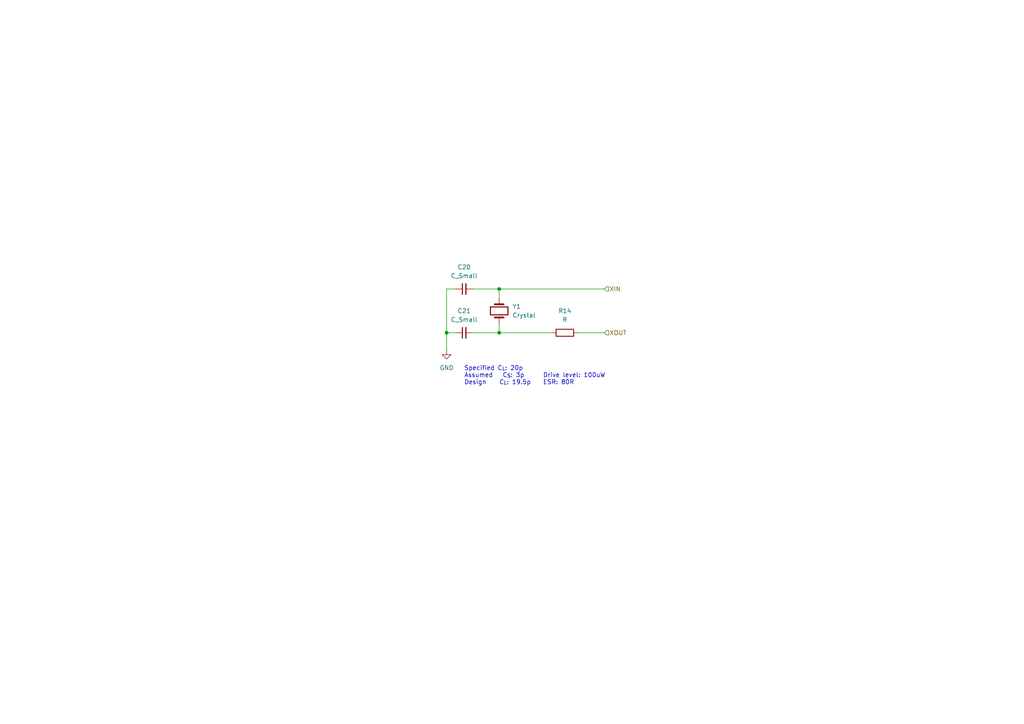
<source format=kicad_sch>
(kicad_sch (version 20231120) (generator "eeschema") (generator_version "8.0")
  (paper "A4")
  (lib_symbols
    (symbol "Device:C_Small" (pin_numbers hide) (pin_names (offset 0.254) hide)
      (property "Reference" "C" (at 0.254 1.778 0))
      (property "Value" "C_Small" (at 0.254 -2.032 0))
      (symbol "C_Small_0_1"
        (polyline (pts (xy -1.524 -0.508) (xy 1.524 -0.508)) (stroke (width 0.3302)))
        (polyline (pts (xy -1.524 0.508) (xy 1.524 0.508)) (stroke (width 0.3048)))
      )
      (symbol "C_Small_1_1"
        (pin passive line (at 0 2.54 270) (length 2.032) (name "~") (number "1"))
        (pin passive line (at 0 -2.54 90) (length 2.032) (name "~") (number "2"))
      )
    )
    (symbol "Device:Crystal" (pin_numbers hide) (pin_names (offset 1.016) hide)
      (property "Reference" "Y" (at 0 3.81 0))
      (property "Value" "Crystal" (at 0 -3.81 0))
      (symbol "Crystal_0_1"
        (rectangle (start -1.143 2.54) (end 1.143 -2.54) (stroke (width 0.3048)))
        (polyline (pts (xy -2.54 0) (xy -1.905 0)))
        (polyline (pts (xy -1.905 -1.27) (xy -1.905 1.27)) (stroke (width 0.508)))
        (polyline (pts (xy 1.905 -1.27) (xy 1.905 1.27)) (stroke (width 0.508)))
        (polyline (pts (xy 2.54 0) (xy 1.905 0)))
      )
      (symbol "Crystal_1_1"
        (pin passive line (at -3.81 0 0) (length 1.27) (name "1") (number "1"))
        (pin passive line (at 3.81 0 180) (length 1.27) (name "2") (number "2"))
      )
    )
    (symbol "Device:R" (pin_numbers hide) (pin_names (offset 0))
      (property "Reference" "R" (at 2.032 0 90))
      (property "Value" "R" (at 0 0 90))
      (symbol "R_0_1"
        (rectangle (start -1.016 -2.54) (end 1.016 2.54) (stroke (width 0.254)))
      )
      (symbol "R_1_1"
        (pin passive line (at 0 3.81 270) (length 1.27) (name "~") (number "1"))
        (pin passive line (at 0 -3.81 90) (length 1.27) (name "~") (number "2"))
      )
    )
    (symbol "power:GND" (power) (pin_numbers hide) (pin_names (offset 0) hide)
      (property "Value" "GND" (at 0 -3.81 0))
      (symbol "GND_0_1"
        (polyline (pts (xy 0 0) (xy 0 -1.27) (xy 1.27 -1.27) (xy 0 -2.54) (xy -1.27 -1.27) (xy 0 -1.27)))
      )
      (symbol "GND_1_1"
        (pin power_in line (at 0 0 270) (length 0) (name "~") (number "1"))
      )
    )
  )
  (junction (at 129.54 96.52))
  (junction (at 144.78 83.82))
  (junction (at 144.78 96.52))
  (wire (pts (xy 144.78 86.36) (xy 144.78 83.82)))
  (wire (pts (xy 129.54 96.52) (xy 129.54 83.82)))
  (wire (pts (xy 144.78 83.82) (xy 175.26 83.82)))
  (wire (pts (xy 129.54 101.6) (xy 129.54 96.52)))
  (wire (pts (xy 137.16 96.52) (xy 144.78 96.52)))
  (wire (pts (xy 137.16 83.82) (xy 144.78 83.82)))
  (wire (pts (xy 144.78 93.98) (xy 144.78 96.52)))
  (wire (pts (xy 144.78 96.52) (xy 160.02 96.52)))
  (wire (pts (xy 167.64 96.52) (xy 175.26 96.52)))
  (wire (pts (xy 129.54 96.52) (xy 132.08 96.52)))
  (wire (pts (xy 129.54 83.82) (xy 132.08 83.82)))
  (text "Drive level: 100uW\nESR: 80R" (at 157.48 111.76 0) (effects (font (size 1.27 1.27)) (justify left bottom)))
  (text "Specified C_{L}: 20p\nAssumed   C_{S}: 3p\nDesign    C_{L}: 19.5p" (at 134.62 111.76 0) (effects (font (size 1.27 1.27)) (justify left bottom)))
  (hierarchical_label "XOUT" (shape input) (at 175.26 96.52 0))
  (hierarchical_label "XIN" (shape input) (at 175.26 83.82 0))
  (symbol (lib_id "Device:R") (at 163.83 96.52 90) (unit 1)
    (property "Reference" "R14" (at 163.83 90.17 90))
    (property "Value" "R" (at 163.83 92.71 90))
    (property "Footprint" "Resistor_SMD:R_0402_1005Metric" (effects (hide yes)))
    (property "Description" "Resistor" (effects (hide yes)))
  )
  (symbol (lib_id "Device:Crystal") (at 144.78 90.17 90) (unit 1)
    (property "Reference" "Y1" (at 148.59 88.9 90) (effects (justify right)))
    (property "Value" "Crystal" (at 148.59 91.44 90) (effects (justify right)))
    (property "Description" "Two pin crystal" (effects (hide yes)))
  )
  (symbol (lib_id "Device:C_Small") (at 134.62 83.82 90) (unit 1)
    (property "Reference" "C20" (at 134.6263 77.47 90))
    (property "Value" "C_Small" (at 134.6263 80.01 90))
    (property "Footprint" "Capacitor_SMD:C_0402_1005Metric" (effects (hide yes)))
    (property "Description" "Unpolarized capacitor, small symbol" (effects (hide yes)))
  )
  (symbol (lib_id "Device:C_Small") (at 134.62 96.52 90) (unit 1)
    (property "Reference" "C21" (at 134.6263 90.17 90))
    (property "Value" "C_Small" (at 134.6263 92.71 90))
    (property "Footprint" "Capacitor_SMD:C_0402_1005Metric" (effects (hide yes)))
    (property "Description" "Unpolarized capacitor, small symbol" (effects (hide yes)))
  )
  (symbol (lib_id "power:GND") (at 129.54 101.6 0) (unit 1)
    (property "Reference" "#PWR032" (effects (hide yes)))
    (property "Value" "GND" (at 129.54 106.68 0))
    (property "Description" "Power symbol creates a global label with name \"GND\" , ground" (effects (hide yes)))
  )
)
</source>
